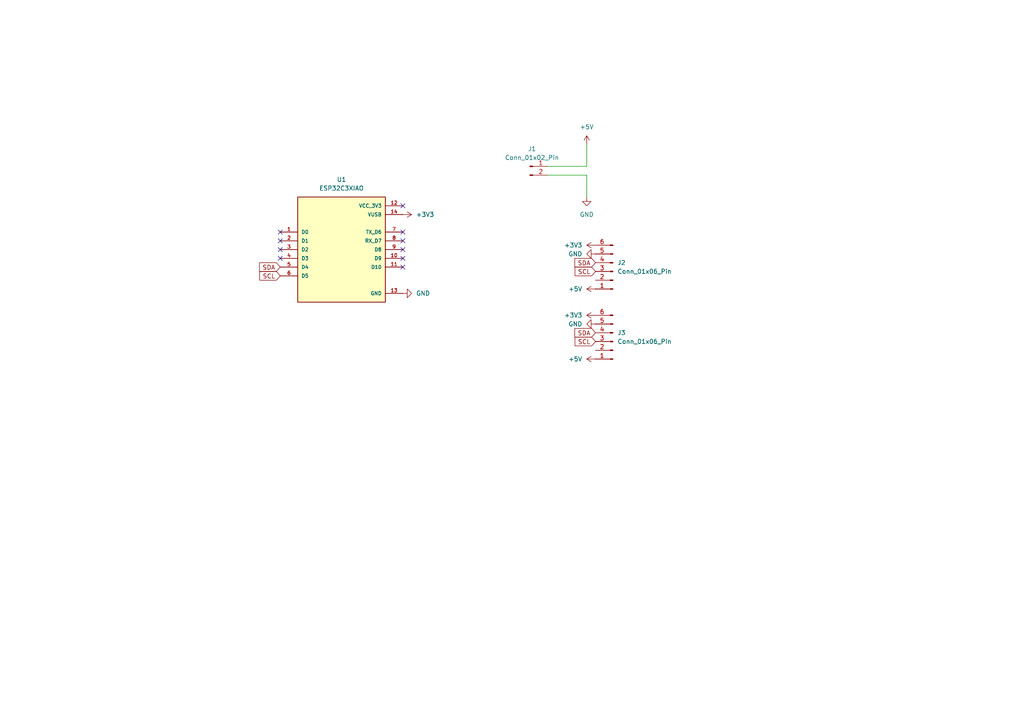
<source format=kicad_sch>
(kicad_sch (version 20231120) (generator "eeschema") (generator_version "8.0")
  (paper "A4")
  (lib_symbols
    (symbol "Connector:Conn_01x02_Pin" (pin_names (offset 1.016) hide)
      (property "Reference" "J" (at 0 2.54 0))
      (property "Value" "Conn_01x02_Pin" (at 0 -5.08 0))
      (symbol "Conn_01x02_Pin_1_1"
        (polyline (pts (xy 1.27 -2.54) (xy 0.8636 -2.54)) (stroke (width 0.1524)))
        (polyline (pts (xy 1.27 0) (xy 0.8636 0)) (stroke (width 0.1524)))
        (rectangle (start 0.8636 -2.413) (end 0 -2.667) (stroke (width 0.1524)) (fill (type outline)))
        (rectangle (start 0.8636 0.127) (end 0 -0.127) (stroke (width 0.1524)) (fill (type outline)))
        (pin passive line (at 5.08 0 180) (length 3.81) (name "Pin_1") (number "1"))
        (pin passive line (at 5.08 -2.54 180) (length 3.81) (name "Pin_2") (number "2"))
      )
    )
    (symbol "Connector:Conn_01x06_Pin" (pin_names (offset 1.016) hide)
      (property "Reference" "J" (at 0 7.62 0))
      (property "Value" "Conn_01x06_Pin" (at 0 -10.16 0))
      (symbol "Conn_01x06_Pin_1_1"
        (polyline (pts (xy 1.27 -7.62) (xy 0.8636 -7.62)) (stroke (width 0.1524)))
        (polyline (pts (xy 1.27 -5.08) (xy 0.8636 -5.08)) (stroke (width 0.1524)))
        (polyline (pts (xy 1.27 -2.54) (xy 0.8636 -2.54)) (stroke (width 0.1524)))
        (polyline (pts (xy 1.27 0) (xy 0.8636 0)) (stroke (width 0.1524)))
        (polyline (pts (xy 1.27 2.54) (xy 0.8636 2.54)) (stroke (width 0.1524)))
        (polyline (pts (xy 1.27 5.08) (xy 0.8636 5.08)) (stroke (width 0.1524)))
        (rectangle (start 0.8636 -7.493) (end 0 -7.747) (stroke (width 0.1524)) (fill (type outline)))
        (rectangle (start 0.8636 -4.953) (end 0 -5.207) (stroke (width 0.1524)) (fill (type outline)))
        (rectangle (start 0.8636 -2.413) (end 0 -2.667) (stroke (width 0.1524)) (fill (type outline)))
        (rectangle (start 0.8636 0.127) (end 0 -0.127) (stroke (width 0.1524)) (fill (type outline)))
        (rectangle (start 0.8636 2.667) (end 0 2.413) (stroke (width 0.1524)) (fill (type outline)))
        (rectangle (start 0.8636 5.207) (end 0 4.953) (stroke (width 0.1524)) (fill (type outline)))
        (pin passive line (at 5.08 5.08 180) (length 3.81) (name "Pin_1") (number "1"))
        (pin passive line (at 5.08 2.54 180) (length 3.81) (name "Pin_2") (number "2"))
        (pin passive line (at 5.08 0 180) (length 3.81) (name "Pin_3") (number "3"))
        (pin passive line (at 5.08 -2.54 180) (length 3.81) (name "Pin_4") (number "4"))
        (pin passive line (at 5.08 -5.08 180) (length 3.81) (name "Pin_5") (number "5"))
        (pin passive line (at 5.08 -7.62 180) (length 3.81) (name "Pin_6") (number "6"))
      )
    )
    (symbol "ESP32C3XIAO:ESP32C3XIAO" (pin_names (offset 1.016))
      (property "Reference" "U" (at -12.7 16.002 0))
      (property "Value" "ESP32C3XIAO" (at -12.7 -17.78 0))
      (symbol "ESP32C3XIAO_0_0"
        (rectangle (start -12.7 -15.24) (end 12.7 15.24) (stroke (width 0.254)) (fill (type background)))
        (pin bidirectional line (at -17.78 5.08 0) (length 5.08) (name "D0") (number "1"))
        (pin bidirectional line (at 17.78 -2.54 180) (length 5.08) (name "D9") (number "10"))
        (pin bidirectional line (at 17.78 -5.08 180) (length 5.08) (name "D10") (number "11"))
        (pin power_in line (at 17.78 12.7 180) (length 5.08) (name "VCC_3V3") (number "12"))
        (pin power_in line (at 17.78 -12.7 180) (length 5.08) (name "GND") (number "13"))
        (pin power_in line (at 17.78 10.16 180) (length 5.08) (name "VUSB") (number "14"))
        (pin bidirectional line (at -17.78 2.54 0) (length 5.08) (name "D1") (number "2"))
        (pin bidirectional line (at -17.78 0 0) (length 5.08) (name "D2") (number "3"))
        (pin bidirectional line (at -17.78 -2.54 0) (length 5.08) (name "D3") (number "4"))
        (pin bidirectional line (at -17.78 -5.08 0) (length 5.08) (name "D4") (number "5"))
        (pin bidirectional line (at -17.78 -7.62 0) (length 5.08) (name "D5") (number "6"))
        (pin bidirectional line (at 17.78 5.08 180) (length 5.08) (name "TX_D6") (number "7"))
        (pin bidirectional line (at 17.78 2.54 180) (length 5.08) (name "RX_D7") (number "8"))
        (pin bidirectional line (at 17.78 0 180) (length 5.08) (name "D8") (number "9"))
      )
    )
    (symbol "power:+3V3" (power) (pin_numbers hide) (pin_names (offset 0) hide)
      (property "Value" "+3V3" (at 0 3.556 0))
      (symbol "+3V3_0_1"
        (polyline (pts (xy -0.762 1.27) (xy 0 2.54)))
        (polyline (pts (xy 0 0) (xy 0 2.54)))
        (polyline (pts (xy 0 2.54) (xy 0.762 1.27)))
      )
      (symbol "+3V3_1_1"
        (pin power_in line (at 0 0 90) (length 0) (name "~") (number "1"))
      )
    )
    (symbol "power:+5V" (power) (pin_numbers hide) (pin_names (offset 0) hide)
      (property "Value" "+5V" (at 0 3.556 0))
      (symbol "+5V_0_1"
        (polyline (pts (xy -0.762 1.27) (xy 0 2.54)))
        (polyline (pts (xy 0 0) (xy 0 2.54)))
        (polyline (pts (xy 0 2.54) (xy 0.762 1.27)))
      )
      (symbol "+5V_1_1"
        (pin power_in line (at 0 0 90) (length 0) (name "~") (number "1"))
      )
    )
    (symbol "power:GND" (power) (pin_numbers hide) (pin_names (offset 0) hide)
      (property "Value" "GND" (at 0 -3.81 0))
      (symbol "GND_0_1"
        (polyline (pts (xy 0 0) (xy 0 -1.27) (xy 1.27 -1.27) (xy 0 -2.54) (xy -1.27 -1.27) (xy 0 -1.27)))
      )
      (symbol "GND_1_1"
        (pin power_in line (at 0 0 270) (length 0) (name "~") (number "1"))
      )
    )
  )
  (no_connect (at 116.84 69.85))
  (no_connect (at 116.84 77.47))
  (no_connect (at 116.84 67.31))
  (no_connect (at 81.28 67.31))
  (no_connect (at 81.28 69.85))
  (no_connect (at 116.84 74.93))
  (no_connect (at 116.84 59.69))
  (no_connect (at 81.28 72.39))
  (no_connect (at 116.84 72.39))
  (no_connect (at 81.28 74.93))
  (wire (pts (xy 170.18 50.8) (xy 170.18 57.15)))
  (wire (pts (xy 170.18 48.26) (xy 170.18 41.91)))
  (wire (pts (xy 158.75 50.8) (xy 170.18 50.8)))
  (wire (pts (xy 158.75 48.26) (xy 170.18 48.26)))
  (global_label "SCL" (shape input) (at 81.28 80.01 180) (property "Intersheetrefs" "${INTERSHEET_REFS}" (effects (hide yes))))
  (global_label "SDA" (shape input) (at 81.28 77.47 180) (property "Intersheetrefs" "${INTERSHEET_REFS}" (effects (hide yes))))
  (global_label "SDA" (shape input) (at 172.72 76.2 180) (property "Intersheetrefs" "${INTERSHEET_REFS}" (effects (hide yes))))
  (global_label "SDA" (shape input) (at 172.72 96.52 180) (property "Intersheetrefs" "${INTERSHEET_REFS}" (effects (hide yes))))
  (global_label "SCL" (shape input) (at 172.72 99.06 180) (property "Intersheetrefs" "${INTERSHEET_REFS}" (effects (hide yes))))
  (global_label "SCL" (shape input) (at 172.72 78.74 180) (property "Intersheetrefs" "${INTERSHEET_REFS}" (effects (hide yes))))
  (symbol (lib_id "power:+5V") (at 170.18 41.91 0) (unit 1)
    (property "Reference" "#PWR01" (effects (hide yes)))
    (property "Value" "+5V" (at 170.18 36.83 0))
    (property "Description" "Power symbol creates a global label with name \"+5V\"" (effects (hide yes)))
  )
  (symbol (lib_id "power:GND") (at 170.18 57.15 0) (unit 1)
    (property "Reference" "#PWR02" (effects (hide yes)))
    (property "Value" "GND" (at 170.18 62.23 0))
    (property "Description" "Power symbol creates a global label with name \"GND\" , ground" (effects (hide yes)))
  )
  (symbol (lib_id "power:+3V3") (at 172.72 71.12 90) (unit 1)
    (property "Reference" "#PWR03" (effects (hide yes)))
    (property "Value" "+3V3" (at 168.91 71.1199 90) (effects (justify left)))
    (property "Description" "Power symbol creates a global label with name \"+3V3\"" (effects (hide yes)))
  )
  (symbol (lib_id "power:GND") (at 116.84 85.09 90) (unit 1)
    (property "Reference" "#PWR07" (effects (hide yes)))
    (property "Value" "GND" (at 120.65 85.0901 90) (effects (justify right)))
    (property "Description" "Power symbol creates a global label with name \"GND\" , ground" (effects (hide yes)))
  )
  (symbol (lib_id "power:+3V3") (at 116.84 62.23 270) (unit 1)
    (property "Reference" "#PWR010" (effects (hide yes)))
    (property "Value" "+3V3" (at 120.65 62.2299 90) (effects (justify left)))
    (property "Description" "Power symbol creates a global label with name \"+3V3\"" (effects (hide yes)))
  )
  (symbol (lib_id "power:GND") (at 172.72 73.66 270) (unit 1)
    (property "Reference" "#PWR05" (effects (hide yes)))
    (property "Value" "GND" (at 168.91 73.6599 90) (effects (justify right)))
    (property "Description" "Power symbol creates a global label with name \"GND\" , ground" (effects (hide yes)))
  )
  (symbol (lib_id "power:GND") (at 172.72 93.98 270) (unit 1)
    (property "Reference" "#PWR08" (effects (hide yes)))
    (property "Value" "GND" (at 168.91 93.9799 90) (effects (justify right)))
    (property "Description" "Power symbol creates a global label with name \"GND\" , ground" (effects (hide yes)))
  )
  (symbol (lib_id "ESP32C3XIAO:ESP32C3XIAO") (at 99.06 72.39 0) (unit 1)
    (property "Reference" "U1" (at 99.06 52.07 0))
    (property "Value" "ESP32C3XIAO" (at 99.06 54.61 0))
    (property "Footprint" "ESP32C3XIAO:ESP32C3XIAO" (effects (hide yes)))
    (property "MF" "Seeed Technology Co., Ltd" (effects (hide yes)))
    (property "MAXIMUM_PACKAGE_HEIGHT" "N/A" (effects (hide yes)))
    (property "Package" "None" (effects (hide yes)))
    (property "Price" "None" (effects (hide yes)))
    (property "Check_prices" "https://www.snapeda.com/parts/113991054/Seeed+Technology+Co.%252C+Ltd/view-part/?ref=eda" (effects (hide yes)))
    (property "STANDARD" "Manufacturer Recommendations" (effects (hide yes)))
    (property "PARTREV" "23/05/2022" (effects (hide yes)))
    (property "SnapEDA_Link" "https://www.snapeda.com/parts/113991054/Seeed+Technology+Co.%252C+Ltd/view-part/?ref=snap" (effects (hide yes)))
    (property "MP" "113991054" (effects (hide yes)))
    (property "Purchase-URL" "https://www.snapeda.com/api/url_track_click_mouser/?unipart_id=12200757&manufacturer=Seeed Technology Co., Ltd&part_name=113991054&search_term=None" (effects (hide yes)))
    (property "Description_1" "\n- ESP32-C3 Transceiver; 802.11 a/b/g/n (Wi-Fi, WiFi, WLAN), Bluetooth® Smart 4.x Low Energy (BLE) 2.4GHz Evaluation Board\n" (effects (hide yes)))
    (property "SNAPEDA_PN" "113991054" (effects (hide yes)))
    (property "Availability" "In Stock" (effects (hide yes)))
    (property "MANUFACTURER" "Seeed Technology" (effects (hide yes)))
  )
  (symbol (lib_id "power:+3V3") (at 172.72 91.44 90) (unit 1)
    (property "Reference" "#PWR06" (effects (hide yes)))
    (property "Value" "+3V3" (at 168.91 91.4399 90) (effects (justify left)))
    (property "Description" "Power symbol creates a global label with name \"+3V3\"" (effects (hide yes)))
  )
  (symbol (lib_id "Connector:Conn_01x02_Pin") (at 153.67 48.26 0) (unit 1)
    (property "Reference" "J1" (at 154.305 43.18 0))
    (property "Value" "Conn_01x02_Pin" (at 154.305 45.72 0))
    (property "Footprint" "Connector_PinHeader_2.54mm:PinHeader_1x02_P2.54mm_Vertical" (effects (hide yes)))
    (property "Description" "Generic connector, single row, 01x02, script generated" (effects (hide yes)))
  )
  (symbol (lib_id "Connector:Conn_01x06_Pin") (at 177.8 99.06 180) (unit 1)
    (property "Reference" "J3" (at 179.07 96.5199 0) (effects (justify right)))
    (property "Value" "Conn_01x06_Pin" (at 179.07 99.0599 0) (effects (justify right)))
    (property "Footprint" "Connector_PinHeader_2.54mm:PinHeader_1x06_P2.54mm_Vertical" (effects (hide yes)))
    (property "Description" "Generic connector, single row, 01x06, script generated" (effects (hide yes)))
  )
  (symbol (lib_id "power:+5V") (at 172.72 104.14 90) (unit 1)
    (property "Reference" "#PWR09" (effects (hide yes)))
    (property "Value" "+5V" (at 168.91 104.1399 90) (effects (justify left)))
    (property "Description" "Power symbol creates a global label with name \"+5V\"" (effects (hide yes)))
  )
  (symbol (lib_id "power:+5V") (at 172.72 83.82 90) (unit 1)
    (property "Reference" "#PWR04" (effects (hide yes)))
    (property "Value" "+5V" (at 168.91 83.8199 90) (effects (justify left)))
    (property "Description" "Power symbol creates a global label with name \"+5V\"" (effects (hide yes)))
  )
  (symbol (lib_id "Connector:Conn_01x06_Pin") (at 177.8 78.74 180) (unit 1)
    (property "Reference" "J2" (at 179.07 76.1999 0) (effects (justify right)))
    (property "Value" "Conn_01x06_Pin" (at 179.07 78.7399 0) (effects (justify right)))
    (property "Footprint" "Connector_PinHeader_2.54mm:PinHeader_1x06_P2.54mm_Vertical" (effects (hide yes)))
    (property "Description" "Generic connector, single row, 01x06, script generated" (effects (hide yes)))
  )
)
</source>
